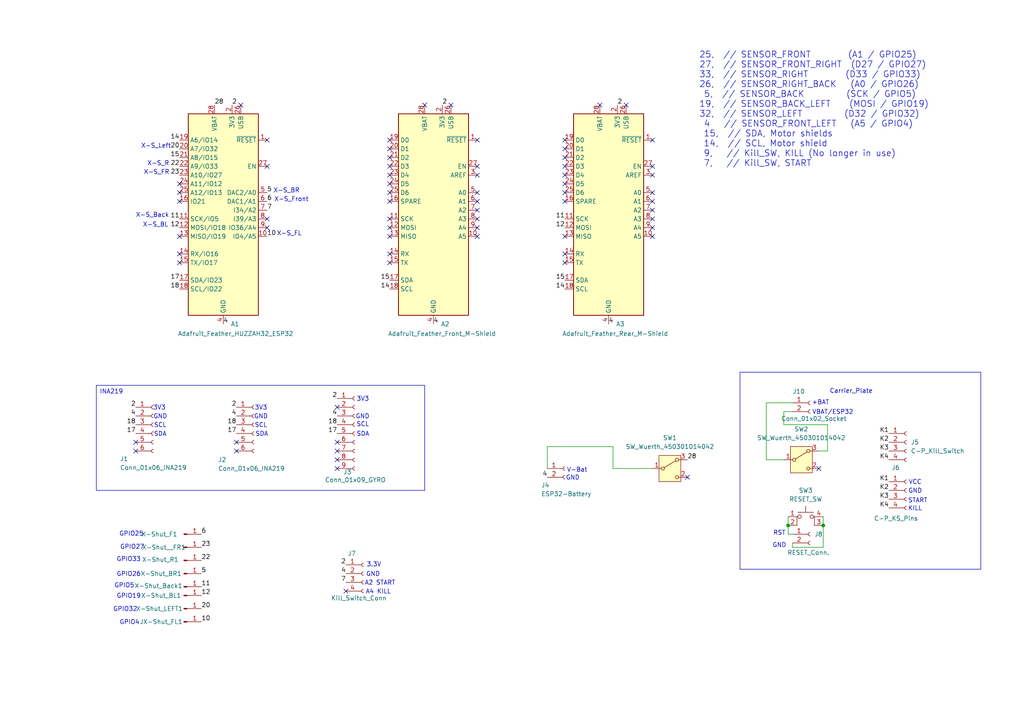
<source format=kicad_sch>
(kicad_sch (version 20250114) (generator "eeschema") (generator_version "9.0")
  (paper "A4")
  (title_block (title "OMNI-X_LOGIC-PCB") (date "2025-04-03") (rev "1") (company "GHOST DIVISION"))
  (lib_symbols
    (symbol "Connector:Conn_01x01_Pin" (pin_names (offset 1.016) (hide yes))
      (property "Reference" "J" (at 0 2.54 0))
      (property "Value" "Conn_01x01_Pin" (at 0 -2.54 0))
      (symbol "Conn_01x01_Pin_1_1"
        (rectangle (start 0.8636 0.127) (end 0 -0.127) (stroke (width 0.1524)) (fill (type outline)))
        (polyline (pts (xy 1.27 0) (xy 0.8636 0)) (stroke (width 0.1524)))
        (pin passive line (at 5.08 0 180) (length 3.81) (name "Pin_1") (number "1"))
      )
    )
    (symbol "Connector:Conn_01x02_Socket" (pin_names (offset 1.016) (hide yes))
      (property "Reference" "J" (at 0 2.54 0))
      (property "Value" "Conn_01x02_Socket" (at 0 -5.08 0))
      (symbol "Conn_01x02_Socket_1_1"
        (polyline (pts (xy -1.27 0) (xy -0.508 0)) (stroke (width 0.1524)))
        (polyline (pts (xy -1.27 -2.54) (xy -0.508 -2.54)) (stroke (width 0.1524)))
        (arc (start 0 -0.508) (mid -0.5058 0) (end 0 0.508) (stroke (width 0.1524)))
        (arc (start 0 -3.048) (mid -0.5058 -2.54) (end 0 -2.032) (stroke (width 0.1524)))
        (pin passive line (at -5.08 0 0) (length 3.81) (name "Pin_1") (number "1"))
        (pin passive line (at -5.08 -2.54 0) (length 3.81) (name "Pin_2") (number "2"))
      )
    )
    (symbol "Connector:Conn_01x04_Socket" (pin_names (offset 1.016) (hide yes))
      (property "Reference" "J" (at 0 5.08 0))
      (property "Value" "Conn_01x04_Socket" (at 0 -7.62 0))
      (symbol "Conn_01x04_Socket_1_1"
        (polyline (pts (xy -1.27 2.54) (xy -0.508 2.54)) (stroke (width 0.1524)))
        (polyline (pts (xy -1.27 0) (xy -0.508 0)) (stroke (width 0.1524)))
        (polyline (pts (xy -1.27 -2.54) (xy -0.508 -2.54)) (stroke (width 0.1524)))
        (polyline (pts (xy -1.27 -5.08) (xy -0.508 -5.08)) (stroke (width 0.1524)))
        (arc (start 0 2.032) (mid -0.5058 2.54) (end 0 3.048) (stroke (width 0.1524)))
        (arc (start 0 -0.508) (mid -0.5058 0) (end 0 0.508) (stroke (width 0.1524)))
        (arc (start 0 -3.048) (mid -0.5058 -2.54) (end 0 -2.032) (stroke (width 0.1524)))
        (arc (start 0 -5.588) (mid -0.5058 -5.08) (end 0 -4.572) (stroke (width 0.1524)))
        (pin passive line (at -5.08 2.54 0) (length 3.81) (name "Pin_1") (number "1"))
        (pin passive line (at -5.08 0 0) (length 3.81) (name "Pin_2") (number "2"))
        (pin passive line (at -5.08 -2.54 0) (length 3.81) (name "Pin_3") (number "3"))
        (pin passive line (at -5.08 -5.08 0) (length 3.81) (name "Pin_4") (number "4"))
      )
    )
    (symbol "Connector:Conn_01x06_Socket" (pin_names (offset 1.016) (hide yes))
      (property "Reference" "J" (at 0 7.62 0))
      (property "Value" "Conn_01x06_Socket" (at 0 -10.16 0))
      (symbol "Conn_01x06_Socket_1_1"
        (polyline (pts (xy -1.27 5.08) (xy -0.508 5.08)) (stroke (width 0.1524)))
        (polyline (pts (xy -1.27 2.54) (xy -0.508 2.54)) (stroke (width 0.1524)))
        (polyline (pts (xy -1.27 0) (xy -0.508 0)) (stroke (width 0.1524)))
        (polyline (pts (xy -1.27 -2.54) (xy -0.508 -2.54)) (stroke (width 0.1524)))
        (polyline (pts (xy -1.27 -5.08) (xy -0.508 -5.08)) (stroke (width 0.1524)))
        (polyline (pts (xy -1.27 -7.62) (xy -0.508 -7.62)) (stroke (width 0.1524)))
        (arc (start 0 4.572) (mid -0.5058 5.08) (end 0 5.588) (stroke (width 0.1524)))
        (arc (start 0 2.032) (mid -0.5058 2.54) (end 0 3.048) (stroke (width 0.1524)))
        (arc (start 0 -0.508) (mid -0.5058 0) (end 0 0.508) (stroke (width 0.1524)))
        (arc (start 0 -3.048) (mid -0.5058 -2.54) (end 0 -2.032) (stroke (width 0.1524)))
        (arc (start 0 -5.588) (mid -0.5058 -5.08) (end 0 -4.572) (stroke (width 0.1524)))
        (arc (start 0 -8.128) (mid -0.5058 -7.62) (end 0 -7.112) (stroke (width 0.1524)))
        (pin passive line (at -5.08 5.08 0) (length 3.81) (name "Pin_1") (number "1"))
        (pin passive line (at -5.08 2.54 0) (length 3.81) (name "Pin_2") (number "2"))
        (pin passive line (at -5.08 0 0) (length 3.81) (name "Pin_3") (number "3"))
        (pin passive line (at -5.08 -2.54 0) (length 3.81) (name "Pin_4") (number "4"))
        (pin passive line (at -5.08 -5.08 0) (length 3.81) (name "Pin_5") (number "5"))
        (pin passive line (at -5.08 -7.62 0) (length 3.81) (name "Pin_6") (number "6"))
      )
    )
    (symbol "Connector:Conn_01x09_Socket" (pin_names (offset 1.016) (hide yes))
      (property "Reference" "J" (at 0 12.7 0))
      (property "Value" "Conn_01x09_Socket" (at 0 -12.7 0))
      (symbol "Conn_01x09_Socket_1_1"
        (polyline (pts (xy -1.27 10.16) (xy -0.508 10.16)) (stroke (width 0.1524)))
        (polyline (pts (xy -1.27 7.62) (xy -0.508 7.62)) (stroke (width 0.1524)))
        (polyline (pts (xy -1.27 5.08) (xy -0.508 5.08)) (stroke (width 0.1524)))
        (polyline (pts (xy -1.27 2.54) (xy -0.508 2.54)) (stroke (width 0.1524)))
        (polyline (pts (xy -1.27 0) (xy -0.508 0)) (stroke (width 0.1524)))
        (polyline (pts (xy -1.27 -2.54) (xy -0.508 -2.54)) (stroke (width 0.1524)))
        (polyline (pts (xy -1.27 -5.08) (xy -0.508 -5.08)) (stroke (width 0.1524)))
        (polyline (pts (xy -1.27 -7.62) (xy -0.508 -7.62)) (stroke (width 0.1524)))
        (polyline (pts (xy -1.27 -10.16) (xy -0.508 -10.16)) (stroke (width 0.1524)))
        (arc (start 0 9.652) (mid -0.5058 10.16) (end 0 10.668) (stroke (width 0.1524)))
        (arc (start 0 7.112) (mid -0.5058 7.62) (end 0 8.128) (stroke (width 0.1524)))
        (arc (start 0 4.572) (mid -0.5058 5.08) (end 0 5.588) (stroke (width 0.1524)))
        (arc (start 0 2.032) (mid -0.5058 2.54) (end 0 3.048) (stroke (width 0.1524)))
        (arc (start 0 -0.508) (mid -0.5058 0) (end 0 0.508) (stroke (width 0.1524)))
        (arc (start 0 -3.048) (mid -0.5058 -2.54) (end 0 -2.032) (stroke (width 0.1524)))
        (arc (start 0 -5.588) (mid -0.5058 -5.08) (end 0 -4.572) (stroke (width 0.1524)))
        (arc (start 0 -8.128) (mid -0.5058 -7.62) (end 0 -7.112) (stroke (width 0.1524)))
        (arc (start 0 -10.668) (mid -0.5058 -10.16) (end 0 -9.652) (stroke (width 0.1524)))
        (pin passive line (at -5.08 10.16 0) (length 3.81) (name "Pin_1") (number "1"))
        (pin passive line (at -5.08 7.62 0) (length 3.81) (name "Pin_2") (number "2"))
        (pin passive line (at -5.08 5.08 0) (length 3.81) (name "Pin_3") (number "3"))
        (pin passive line (at -5.08 2.54 0) (length 3.81) (name "Pin_4") (number "4"))
        (pin passive line (at -5.08 0 0) (length 3.81) (name "Pin_5") (number "5"))
        (pin passive line (at -5.08 -2.54 0) (length 3.81) (name "Pin_6") (number "6"))
        (pin passive line (at -5.08 -5.08 0) (length 3.81) (name "Pin_7") (number "7"))
        (pin passive line (at -5.08 -7.62 0) (length 3.81) (name "Pin_8") (number "8"))
        (pin passive line (at -5.08 -10.16 0) (length 3.81) (name "Pin_9") (number "9"))
      )
    )
    (symbol "MCU_Module:Adafruit_Feather_Generic"
      (property "Reference" "A" (at -10.16 29.21 0))
      (property "Value" "Adafruit_Feather_Generic" (at 2.54 -31.75 0))
      (symbol "Adafruit_Feather_Generic_0_1"
        (rectangle (start -10.16 27.94) (end 10.16 -30.48) (stroke (width 0.254)) (fill (type background)))
      )
      (symbol "Adafruit_Feather_Generic_1_1"
        (pin bidirectional line (at -12.7 20.32 0) (length 2.54) (name "D0") (number "19"))
        (pin bidirectional line (at -12.7 17.78 0) (length 2.54) (name "D1") (number "20"))
        (pin bidirectional line (at -12.7 15.24 0) (length 2.54) (name "D2") (number "21"))
        (pin bidirectional line (at -12.7 12.7 0) (length 2.54) (name "D3") (number "22"))
        (pin bidirectional line (at -12.7 10.16 0) (length 2.54) (name "D4") (number "23"))
        (pin bidirectional line (at -12.7 7.62 0) (length 2.54) (name "D5") (number "24"))
        (pin bidirectional line (at -12.7 5.08 0) (length 2.54) (name "D6") (number "25"))
        (pin bidirectional line (at -12.7 2.54 0) (length 2.54) (name "SPARE") (number "16"))
        (pin bidirectional line (at -12.7 -2.54 0) (length 2.54) (name "SCK") (number "11"))
        (pin bidirectional line (at -12.7 -5.08 0) (length 2.54) (name "MOSI") (number "12"))
        (pin bidirectional line (at -12.7 -7.62 0) (length 2.54) (name "MISO") (number "13"))
        (pin bidirectional line (at -12.7 -12.7 0) (length 2.54) (name "RX") (number "14"))
        (pin bidirectional line (at -12.7 -15.24 0) (length 2.54) (name "TX") (number "15"))
        (pin bidirectional line (at -12.7 -20.32 0) (length 2.54) (name "SDA") (number "17"))
        (pin bidirectional line (at -12.7 -22.86 0) (length 2.54) (name "SCL") (number "18"))
        (pin power_in line (at -2.54 30.48 270) (length 2.54) (name "VBAT") (number "28"))
        (pin power_in line (at 0 -33.02 90) (length 2.54) (name "GND") (number "4"))
        (pin power_in line (at 2.54 30.48 270) (length 2.54) (name "3V3") (number "2"))
        (pin power_in line (at 5.08 30.48 270) (length 2.54) (name "USB") (number "26"))
        (pin input line (at 12.7 20.32 180) (length 2.54) (name "~{RESET}") (number "1"))
        (pin input line (at 12.7 12.7 180) (length 2.54) (name "EN") (number "27"))
        (pin input line (at 12.7 10.16 180) (length 2.54) (name "AREF") (number "3"))
        (pin bidirectional line (at 12.7 5.08 180) (length 2.54) (name "A0") (number "5"))
        (pin bidirectional line (at 12.7 2.54 180) (length 2.54) (name "A1") (number "6"))
        (pin bidirectional line (at 12.7 0 180) (length 2.54) (name "A2") (number "7"))
        (pin bidirectional line (at 12.7 -2.54 180) (length 2.54) (name "A3") (number "8"))
        (pin bidirectional line (at 12.7 -5.08 180) (length 2.54) (name "A4") (number "9"))
        (pin bidirectional line (at 12.7 -7.62 180) (length 2.54) (name "A5") (number "10"))
      )
    )
    (symbol "MCU_Module:Adafruit_Feather_HUZZAH32_ESP32"
      (property "Reference" "A" (at -10.16 29.21 0))
      (property "Value" "Adafruit_Feather_HUZZAH32_ESP32" (at 2.54 -31.75 0))
      (symbol "Adafruit_Feather_HUZZAH32_ESP32_0_1"
        (rectangle (start -10.16 27.94) (end 10.16 -30.48) (stroke (width 0.254)) (fill (type background)))
      )
      (symbol "Adafruit_Feather_HUZZAH32_ESP32_1_1"
        (pin bidirectional line (at -12.7 20.32 0) (length 2.54) (name "A6/IO14") (number "19"))
        (pin bidirectional line (at -12.7 17.78 0) (length 2.54) (name "A7/IO32") (number "20"))
        (pin bidirectional line (at -12.7 15.24 0) (length 2.54) (name "A8/IO15") (number "21"))
        (pin bidirectional line (at -12.7 12.7 0) (length 2.54) (name "A9/IO33") (number "22"))
        (pin bidirectional line (at -12.7 10.16 0) (length 2.54) (name "A10/IO27") (number "23"))
        (pin bidirectional line (at -12.7 7.62 0) (length 2.54) (name "A11/IO12") (number "24"))
        (pin bidirectional line (at -12.7 5.08 0) (length 2.54) (name "A12/IO13") (number "25"))
        (pin bidirectional line (at -12.7 2.54 0) (length 2.54) (name "IO21") (number "16"))
        (pin bidirectional line (at -12.7 -2.54 0) (length 2.54) (name "SCK/IO5") (number "11"))
        (pin bidirectional line (at -12.7 -5.08 0) (length 2.54) (name "MOSI/IO18") (number "12"))
        (pin bidirectional line (at -12.7 -7.62 0) (length 2.54) (name "MISO/IO19") (number "13"))
        (pin bidirectional line (at -12.7 -12.7 0) (length 2.54) (name "RX/IO16") (number "14"))
        (pin bidirectional line (at -12.7 -15.24 0) (length 2.54) (name "TX/IO17") (number "15"))
        (pin bidirectional line (at -12.7 -20.32 0) (length 2.54) (name "SDA/IO23") (number "17"))
        (pin bidirectional line (at -12.7 -22.86 0) (length 2.54) (name "SCL/IO22") (number "18"))
        (pin power_in line (at -2.54 30.48 270) (length 2.54) (name "VBAT") (number "28"))
        (pin power_in line (at 0 -33.02 90) (length 2.54) (name "GND") (number "4"))
        (pin power_in line (at 2.54 30.48 270) (length 2.54) (name "3V3") (number "2"))
        (pin power_in line (at 5.08 30.48 270) (length 2.54) (name "USB") (number "26"))
        (pin no_connect line (at 10.16 10.16 180) (length 2.54) (hide yes) (name "NC") (number "3"))
        (pin input line (at 12.7 20.32 180) (length 2.54) (name "~{RESET}") (number "1"))
        (pin input line (at 12.7 12.7 180) (length 2.54) (name "EN") (number "27"))
        (pin bidirectional line (at 12.7 5.08 180) (length 2.54) (name "DAC2/A0") (number "5"))
        (pin bidirectional line (at 12.7 2.54 180) (length 2.54) (name "DAC1/A1") (number "6"))
        (pin bidirectional line (at 12.7 0 180) (length 2.54) (name "I34/A2") (number "7"))
        (pin bidirectional line (at 12.7 -2.54 180) (length 2.54) (name "I39/A3") (number "8"))
        (pin bidirectional line (at 12.7 -5.08 180) (length 2.54) (name "IO36/A4") (number "9"))
        (pin bidirectional line (at 12.7 -7.62 180) (length 2.54) (name "IO4/A5") (number "10"))
      )
    )
    (symbol "Switch:SW_MEC_5E" (pin_names (offset 1.016) (hide yes))
      (property "Reference" "SW" (at 0.635 5.715 0))
      (property "Value" "SW_MEC_5E" (at 0 -3.175 0))
      (symbol "SW_MEC_5E_0_1"
        (polyline (pts (xy -2.54 0) (xy -2.54 2.54) (xy -2.286 2.54)))
        (polyline (pts (xy -2.286 3.81) (xy 2.286 3.81)))
        (circle (center -1.778 2.54) (radius 0.508))
        (polyline (pts (xy 0 3.81) (xy 0 5.588)))
        (circle (center 1.778 2.54) (radius 0.508))
        (polyline (pts (xy 2.54 0) (xy 2.54 2.54) (xy 2.286 2.54)))
        (pin passive line (at -5.08 2.54 0) (length 2.54) (name "1") (number "1"))
        (pin passive line (at -5.08 0 0) (length 2.54) (name "2") (number "2"))
        (pin passive line (at 5.08 2.54 180) (length 2.54) (name "A") (number "4"))
        (pin passive line (at 5.08 0 180) (length 2.54) (name "K") (number "3"))
      )
    )
    (symbol "Switch:SW_Wuerth_450301014042" (pin_names (offset 1) (hide yes))
      (property "Reference" "SW" (at 0 5.08 0))
      (property "Value" "SW_Wuerth_450301014042" (at 0 -5.08 0))
      (symbol "SW_Wuerth_450301014042_0_1"
        (circle (center -2.032 0) (radius 0.4572))
        (polyline (pts (xy -1.651 0.254) (xy 1.651 2.286)))
        (circle (center 2.032 2.54) (radius 0.4572))
        (circle (center 2.032 -2.54) (radius 0.4572))
      )
      (symbol "SW_Wuerth_450301014042_1_1"
        (rectangle (start -3.175 3.81) (end 3.175 -3.81) (fill (type background)))
        (pin passive line (at -5.08 0 0) (length 2.54) (name "B") (number "1"))
        (pin passive line (at 5.08 2.54 180) (length 2.54) (name "A") (number "3"))
        (pin passive line (at 5.08 -2.54 180) (length 2.54) (name "C") (number "2"))
      )
    )
  )
  (rectangle (start 214.63 107.95) (end 284.48 165.1))
  (text "GPIO33" (at 37.338 162.306 0) (effects (font (size 1.27 1.27))))
  (text "KILL" (at 265.43 147.574 0) (effects (font (size 1.27 1.27))))
  (text "X-S_Front" (at 79.502 57.912 0) (effects (font (size 1.27 1.27)) (justify left)))
  (text "X-S_R" (at 42.672 47.498 0) (effects (font (size 1.27 1.27)) (justify left)))
  (text "X-S_BL" (at 41.402 65.278 0) (effects (font (size 1.27 1.27)) (justify left)))
  (text "X-S_BR" (at 79.248 55.372 0) (effects (font (size 1.27 1.27)) (justify left)))
  (text "RST" (at 226.06 154.686 0) (effects (font (size 1.27 1.27))))
  (text "START" (at 266.192 145.288 0) (effects (font (size 1.27 1.27))))
  (text "A2 START" (at 110.236 169.164 0) (effects (font (size 1.27 1.27))))
  (text "X-S_FL" (at 80.264 67.818 0) (effects (font (size 1.27 1.27)) (justify left)))
  (text "GPIO19" (at 37.338 172.974 0) (effects (font (size 1.27 1.27))))
  (text "GND" (at 75.692 120.904 0) (effects (font (size 1.27 1.27))))
  (text "SCL" (at 75.692 123.444 0) (effects (font (size 1.27 1.27))))
  (text "GND" (at 103.124 120.904 0) (effects (font (size 1.27 1.27)) (justify left)))
  (text "GPIO4" (at 37.592 180.594 0) (effects (font (size 1.27 1.27))))
  (text "A4 KILL" (at 109.728 171.704 0) (effects (font (size 1.27 1.27))))
  (text "    25,  // SENSOR_FRONT        (A1 / GPIO25)\n    27,  // SENSOR_FRONT_RIGHT  (D27 / GPIO27)\n    33,  // SENSOR_RIGHT        (D33 / GPIO33)\n    26,  // SENSOR_RIGHT_BACK   (A0 / GPIO26)\n     5,  // SENSOR_BACK         (SCK / GPIO5)\n    19,  // SENSOR_BACK_LEFT    (MOSI / GPIO19)\n    32,  // SENSOR_LEFT         (D32 / GPIO32)\n     4   // SENSOR_FRONT_LEFT   (A5 / GPIO4)\n	15,  // SDA, Motor shields\n	14,  // SCL, Motor shield\n	9,   // Kill_SW, KILL (No longer in use)\n	7,   // Kill_SW, START" (at 197.358 31.75 0) (effects (font (size 1.778 1.778)) (justify left)))
  (text "SCL" (at 46.482 123.444 0) (effects (font (size 1.27 1.27))))
  (text "VCC" (at 265.43 139.954 0) (effects (font (size 1.27 1.27))))
  (text "GPIO26" (at 37.338 166.624 0) (effects (font (size 1.27 1.27))))
  (text "SDA" (at 75.946 125.984 0) (effects (font (size 1.27 1.27))))
  (text "GND" (at 265.43 142.494 0) (effects (font (size 1.27 1.27))))
  (text "VBAT/ESP32" (at 241.554 119.634 0) (effects (font (size 1.27 1.27))))
  (text "3V3" (at 75.692 118.364 0) (effects (font (size 1.27 1.27))))
  (text "SCL" (at 103.378 123.19 0) (effects (font (size 1.27 1.27)) (justify left)))
  (text "GPIO32" (at 36.322 176.784 0) (effects (font (size 1.27 1.27))))
  (text "3V3" (at 103.378 115.824 0) (effects (font (size 1.27 1.27)) (justify left)))
  (text "SDA" (at 46.482 125.984 0) (effects (font (size 1.27 1.27))))
  (text "V-Bat" (at 167.386 136.398 0) (effects (font (size 1.27 1.27))))
  (text "SDA" (at 103.378 125.984 0) (effects (font (size 1.27 1.27)) (justify left)))
  (text "X-S_FR" (at 41.656 50.038 0) (effects (font (size 1.27 1.27)) (justify left)))
  (text "GND" (at 46.482 120.904 0) (effects (font (size 1.27 1.27))))
  (text "X-S_Left" (at 40.894 42.418 0) (effects (font (size 1.27 1.27)) (justify left)))
  (text "X-S_Back" (at 39.37 62.484 0) (effects (font (size 1.27 1.27)) (justify left)))
  (text "GPIO27" (at 38.354 158.75 0) (effects (font (size 1.27 1.27))))
  (text "GND" (at 226.06 158.242 0) (effects (font (size 1.27 1.27))))
  (text "Carrier_Plate" (at 246.888 113.538 0) (effects (font (size 1.27 1.27))))
  (text "+BAT" (at 237.998 116.84 0) (effects (font (size 1.27 1.27))))
  (text "GPIO25" (at 38.1 154.94 0) (effects (font (size 1.27 1.27))))
  (text "3V3" (at 46.228 118.364 0) (effects (font (size 1.27 1.27))))
  (text "3.3V" (at 108.458 163.83 0) (effects (font (size 1.27 1.27))))
  (text "GND" (at 108.204 166.624 0) (effects (font (size 1.27 1.27))))
  (text "GPIO5" (at 36.068 169.926 0) (effects (font (size 1.27 1.27))))
  (text "GND" (at 166.116 138.684 0) (effects (font (size 1.27 1.27))))
  (text_box "INA219" (at 27.94 111.76 0) (size 95.25 30.48) (margins 0.9525 0.9525 0.9525 0.9525) (effects (font (size 1.27 1.27)) (justify left top)))
  (junction (at 238.76 152.4))
  (junction (at 228.6 152.4))
  (no_connect (at 163.83 43.18))
  (no_connect (at 163.83 50.8))
  (no_connect (at 113.03 48.26))
  (no_connect (at 138.43 66.04))
  (no_connect (at 68.58 130.81))
  (no_connect (at 138.43 55.88))
  (no_connect (at 113.03 43.18))
  (no_connect (at 52.07 55.88))
  (no_connect (at 97.79 133.35))
  (no_connect (at 130.81 30.48))
  (no_connect (at 189.23 68.58))
  (no_connect (at 113.03 53.34))
  (no_connect (at 113.03 50.8))
  (no_connect (at 52.07 68.58))
  (no_connect (at 189.23 40.64))
  (no_connect (at 138.43 58.42))
  (no_connect (at 138.43 60.96))
  (no_connect (at 113.03 68.58))
  (no_connect (at 163.83 40.64))
  (no_connect (at 237.49 135.89))
  (no_connect (at 138.43 50.8))
  (no_connect (at 163.83 45.72))
  (no_connect (at 77.47 48.26))
  (no_connect (at 138.43 48.26))
  (no_connect (at 163.83 68.58))
  (no_connect (at 163.83 58.42))
  (no_connect (at 138.43 68.58))
  (no_connect (at 97.79 118.11))
  (no_connect (at 69.85 30.48))
  (no_connect (at 189.23 58.42))
  (no_connect (at 163.83 48.26))
  (no_connect (at 100.33 171.45))
  (no_connect (at 123.19 30.48))
  (no_connect (at 52.07 53.34))
  (no_connect (at 189.23 48.26))
  (no_connect (at 52.07 76.2))
  (no_connect (at 189.23 63.5))
  (no_connect (at 52.07 73.66))
  (no_connect (at 138.43 63.5))
  (no_connect (at 181.61 30.48))
  (no_connect (at 199.39 138.43))
  (no_connect (at 163.83 53.34))
  (no_connect (at 189.23 66.04))
  (no_connect (at 189.23 50.8))
  (no_connect (at 113.03 66.04))
  (no_connect (at 39.37 130.81))
  (no_connect (at 68.58 128.27))
  (no_connect (at 189.23 60.96))
  (no_connect (at 113.03 40.64))
  (no_connect (at 77.47 40.64))
  (no_connect (at 113.03 55.88))
  (no_connect (at 97.79 128.27))
  (no_connect (at 97.79 130.81))
  (no_connect (at 113.03 63.5))
  (no_connect (at 163.83 73.66))
  (no_connect (at 173.99 30.48))
  (no_connect (at 163.83 55.88))
  (no_connect (at 77.47 66.04))
  (no_connect (at 52.07 58.42))
  (no_connect (at 39.37 128.27))
  (no_connect (at 113.03 73.66))
  (no_connect (at 77.47 63.5))
  (no_connect (at 113.03 58.42))
  (no_connect (at 97.79 135.89))
  (no_connect (at 163.83 76.2))
  (no_connect (at 138.43 40.64))
  (no_connect (at 113.03 76.2))
  (no_connect (at 189.23 55.88))
  (no_connect (at 113.03 45.72))
  (wire (pts (xy 227.33 119.38) (xy 229.87 119.38)))
  (wire (pts (xy 237.49 130.81) (xy 240.03 130.81)))
  (wire (pts (xy 229.87 154.94) (xy 228.6 154.94)))
  (wire (pts (xy 158.75 135.89) (xy 158.75 129.54)))
  (wire (pts (xy 238.76 149.86) (xy 238.76 152.4)))
  (wire (pts (xy 222.25 116.84) (xy 222.25 133.35)))
  (wire (pts (xy 229.87 116.84) (xy 222.25 116.84)))
  (wire (pts (xy 177.8 129.54) (xy 177.8 135.89)))
  (wire (pts (xy 158.75 129.54) (xy 177.8 129.54)))
  (wire (pts (xy 229.87 157.48) (xy 229.87 158.75)))
  (wire (pts (xy 222.25 133.35) (xy 227.33 133.35)))
  (wire (pts (xy 229.87 158.75) (xy 238.76 158.75)))
  (wire (pts (xy 240.03 123.19) (xy 227.33 123.19)))
  (wire (pts (xy 227.33 123.19) (xy 227.33 119.38)))
  (wire (pts (xy 228.6 149.86) (xy 228.6 152.4)))
  (wire (pts (xy 240.03 130.81) (xy 240.03 123.19)))
  (wire (pts (xy 228.6 154.94) (xy 228.6 152.4)))
  (wire (pts (xy 238.76 158.75) (xy 238.76 152.4)))
  (wire (pts (xy 177.8 135.89) (xy 189.23 135.89)))
  (label "28" (at 199.39 133.35 0))
  (label "15" (at 52.07 45.72 180))
  (label "6" (at 77.47 58.42 0))
  (label "4" (at 125.73 93.98 0))
  (label "K4" (at 257.81 147.32 180))
  (label "7" (at 77.47 60.96 0))
  (label "4" (at 97.79 120.65 180))
  (label "2" (at 97.79 115.57 180))
  (label "5" (at 58.42 166.37 0))
  (label "4" (at 176.53 93.98 0))
  (label "14" (at 52.07 40.64 180))
  (label "20" (at 52.07 43.18 180))
  (label "11" (at 163.83 63.5 180))
  (label "6" (at 58.42 154.94 0))
  (label "7" (at 100.33 168.91 180))
  (label "2" (at 128.27 30.48 0))
  (label "12" (at 58.42 172.72 0))
  (label "4" (at 68.58 120.65 180))
  (label "18" (at 97.79 123.19 180))
  (label "17" (at 39.37 125.73 180))
  (label "22" (at 52.07 48.26 180))
  (label "2" (at 179.07 30.48 0))
  (label "K4" (at 257.81 133.35 180))
  (label "28" (at 62.23 30.48 0))
  (label "11" (at 52.07 63.5 180))
  (label "K2" (at 257.81 142.24 180))
  (label "4" (at 158.75 138.43 180))
  (label "12" (at 52.07 66.04 180))
  (label "18" (at 52.07 83.82 180))
  (label "12" (at 163.83 66.04 180))
  (label "11" (at 58.42 170.18 0))
  (label "22" (at 58.42 162.56 0))
  (label "10" (at 58.42 180.34 0))
  (label "10" (at 77.47 68.58 0))
  (label "17" (at 52.07 81.28 180))
  (label "14" (at 163.83 83.82 180))
  (label "23" (at 52.07 50.8 180))
  (label "18" (at 39.37 123.19 180))
  (label "K1" (at 257.81 125.73 180))
  (label "K1" (at 257.81 139.7 180))
  (label "K3" (at 257.81 130.81 180))
  (label "15" (at 163.83 81.28 180))
  (label "4" (at 64.77 93.98 0))
  (label "17" (at 68.58 125.73 180))
  (label "K2" (at 257.81 128.27 180))
  (label "2" (at 68.58 118.11 180))
  (label "5" (at 77.47 55.88 0))
  (label "2" (at 67.31 30.48 0))
  (label "K3" (at 257.81 144.78 180))
  (label "14" (at 113.03 83.82 180))
  (label "18" (at 68.58 123.19 180))
  (label "23" (at 58.42 158.75 0))
  (label "17" (at 97.79 125.73 180))
  (label "20" (at 58.42 176.53 0))
  (label "4" (at 39.37 120.65 180))
  (label "2" (at 39.37 118.11 180))
  (label "4" (at 100.33 166.37 180))
  (label "15" (at 113.03 81.28 180))
  (label "2" (at 100.33 163.83 180))
  (symbol (lib_id "Connector:Conn_01x01_Pin") (at 53.34 158.75 0) (unit 1)
    (property "Reference" "X-Shut__FR1" (at 47.498 158.75 0))
    (property "Value" "Conn_01x01_Pin" (effects (hide yes)))
    (property "Footprint" "Connector_PinHeader_2.54mm:PinHeader_1x01_P2.54mm_Vertical" (effects (hide yes)))
    (property "Description" "Generic connector, single row, 01x01, script generated" (effects (hide yes)))
  )
  (symbol (lib_id "MCU_Module:Adafruit_Feather_HUZZAH32_ESP32") (at 64.77 60.96 0) (unit 1)
    (property "Reference" "A1" (at 66.9133 93.98 0) (effects (justify left)))
    (property "Value" "Adafruit_Feather_HUZZAH32_ESP32" (at 51.562 96.774 0) (effects (justify left)))
    (property "Footprint" "Module:Adafruit_Feather" (effects (hide yes)))
    (property "Datasheet" "https://cdn-learn.adafruit.com/downloads/pdf/adafruit-huzzah32-esp32-feather.pdf" (effects (hide yes)))
    (property "Description" "Microcontroller module with ESP32 MCU" (effects (hide yes)))
  )
  (symbol (lib_id "Connector:Conn_01x06_Socket") (at 73.66 123.19 0) (unit 1)
    (property "Reference" "J2" (at 63.246 133.35 0) (effects (justify left)))
    (property "Value" "Conn_01x06_INA219" (at 63.246 135.89 0) (effects (justify left)))
    (property "Footprint" "Connector_PinSocket_2.54mm:PinSocket_1x06_P2.54mm_Vertical" (effects (hide yes)))
    (property "Description" "Generic connector, single row, 01x06, script generated" (effects (hide yes)))
  )
  (symbol (lib_id "Connector:Conn_01x02_Socket") (at 234.95 154.94 0) (unit 1)
    (property "Reference" "J8" (at 236.22 154.9399 0) (effects (justify left)))
    (property "Value" "RESET_Conn." (at 228.346 160.274 0) (effects (justify left)))
    (property "Footprint" "Connector_PinHeader_2.54mm:PinHeader_1x02_P2.54mm_Vertical" (effects (hide yes)))
    (property "Description" "Generic connector, single row, 01x02, script generated" (effects (hide yes)))
  )
  (symbol (lib_id "Connector:Conn_01x01_Pin") (at 53.34 180.34 0) (unit 1)
    (property "Reference" "JX-Shut_FL1" (at 46.736 180.34 0))
    (property "Value" "Conn_01x01_Pin" (effects (hide yes)))
    (property "Footprint" "Connector_PinHeader_2.54mm:PinHeader_1x01_P2.54mm_Vertical" (effects (hide yes)))
    (property "Description" "Generic connector, single row, 01x01, script generated" (effects (hide yes)))
  )
  (symbol (lib_id "Connector:Conn_01x02_Socket") (at 163.83 135.89 0) (unit 1)
    (property "Reference" "J4" (at 156.972 140.716 0) (effects (justify left)))
    (property "Value" "ESP32-Battery" (at 156.972 143.256 0) (effects (justify left)))
    (property "Footprint" "Connector_JST:JST_EH_B2B-EH-A_1x02_P2.50mm_Vertical" (effects (hide yes)))
    (property "Description" "Generic connector, single row, 01x02, script generated" (effects (hide yes)))
  )
  (symbol (lib_id "Connector:Conn_01x04_Socket") (at 105.41 166.37 0) (unit 1)
    (property "Reference" "J7" (at 100.838 160.528 0) (effects (justify left)))
    (property "Value" "Kill_Switch_Conn" (at 96.012 173.482 0) (effects (justify left)))
    (property "Footprint" "Connector_PinHeader_2.54mm:PinHeader_1x04_P2.54mm_Vertical" (effects (hide yes)))
    (property "Description" "Generic connector, single row, 01x04, script generated" (effects (hide yes)))
  )
  (symbol (lib_id "Switch:SW_Wuerth_450301014042") (at 232.41 133.35 0) (unit 1)
    (property "Reference" "SW2" (at 232.41 124.46 0))
    (property "Value" "SW_Wuerth_450301014042" (at 232.41 127 0))
    (property "Footprint" "Button_Switch_THT:SW_Slide-03_Wuerth-WS-SLTV_10x2.5x6.4_P2.54mm" (effects (hide yes)))
    (property "Datasheet" "https://www.we-online.com/components/products/datasheet/450301014042.pdf" (effects (hide yes)))
    (property "Description" "Switch slide, single pole double throw" (effects (hide yes)))
  )
  (symbol (lib_id "Connector:Conn_01x01_Pin") (at 53.34 176.53 0) (unit 1)
    (property "Reference" "X-Shut_LEFT1" (at 46.228 176.53 0))
    (property "Value" "Conn_01x01_Pin" (effects (hide yes)))
    (property "Footprint" "Connector_PinHeader_2.54mm:PinHeader_1x01_P2.54mm_Vertical" (effects (hide yes)))
    (property "Description" "Generic connector, single row, 01x01, script generated" (effects (hide yes)))
  )
  (symbol (lib_id "Connector:Conn_01x01_Pin") (at 53.34 172.72 0) (unit 1)
    (property "Reference" "X-Shut_BL1" (at 46.736 172.72 0))
    (property "Value" "Conn_01x01_Pin" (effects (hide yes)))
    (property "Footprint" "Connector_PinHeader_2.54mm:PinHeader_1x01_P2.54mm_Vertical" (effects (hide yes)))
    (property "Description" "Generic connector, single row, 01x01, script generated" (effects (hide yes)))
  )
  (symbol (lib_id "MCU_Module:Adafruit_Feather_Generic") (at 125.73 60.96 0) (unit 1)
    (property "Reference" "A2" (at 127.8733 93.98 0) (effects (justify left)))
    (property "Value" "Adafruit_Feather_Front_M-Shield" (at 112.522 96.774 0) (effects (justify left)))
    (property "Footprint" "Module:Adafruit_Feather" (effects (hide yes)))
    (property "Datasheet" "https://cdn-learn.adafruit.com/downloads/pdf/adafruit-feather.pdf" (effects (hide yes)))
    (property "Description" "Microcontroller module in various flavor, generic symbol" (effects (hide yes)))
  )
  (symbol (lib_id "Connector:Conn_01x06_Socket") (at 44.45 123.19 0) (unit 1)
    (property "Reference" "J1" (at 34.798 133.096 0) (effects (justify left)))
    (property "Value" "Conn_01x06_INA219" (at 34.798 135.636 0) (effects (justify left)))
    (property "Footprint" "Connector_PinSocket_2.54mm:PinSocket_1x06_P2.54mm_Vertical" (effects (hide yes)))
    (property "Description" "Generic connector, single row, 01x06, script generated" (effects (hide yes)))
  )
  (symbol (lib_id "Connector:Conn_01x09_Socket") (at 102.87 125.73 0) (unit 1)
    (property "Reference" "J3" (at 99.568 136.906 0) (effects (justify left)))
    (property "Value" "Conn_01x09_GYRO" (at 94.234 139.192 0) (effects (justify left)))
    (property "Footprint" "Connector_PinSocket_2.54mm:PinSocket_1x09_P2.54mm_Vertical" (effects (hide yes)))
    (property "Description" "Generic connector, single row, 01x09, script generated" (effects (hide yes)))
  )
  (symbol (lib_id "Connector:Conn_01x01_Pin") (at 53.34 170.18 0) (unit 1)
    (property "Reference" "X-Shut_Back1" (at 45.974 169.926 0))
    (property "Value" "Conn_01x01_Pin" (effects (hide yes)))
    (property "Footprint" "Connector_PinHeader_2.54mm:PinHeader_1x01_P2.54mm_Vertical" (effects (hide yes)))
    (property "Description" "Generic connector, single row, 01x01, script generated" (effects (hide yes)))
  )
  (symbol (lib_id "Connector:Conn_01x04_Socket") (at 262.89 128.27 0) (unit 1)
    (property "Reference" "J5" (at 264.16 128.2699 0) (effects (justify left)))
    (property "Value" "C-P_Kill_Switch" (at 264.16 130.8099 0) (effects (justify left)))
    (property "Footprint" "Connector_PinHeader_2.54mm:PinHeader_1x04_P2.54mm_Vertical" (effects (hide yes)))
    (property "Description" "Generic connector, single row, 01x04, script generated" (effects (hide yes)))
  )
  (symbol (lib_id "Connector:Conn_01x02_Socket") (at 234.95 116.84 0) (unit 1)
    (property "Reference" "J10" (at 229.87 113.538 0) (effects (justify left)))
    (property "Value" "Conn_01x02_Socket" (at 226.568 121.412 0) (effects (justify left)))
    (property "Footprint" "Connector_PinHeader_2.54mm:PinHeader_1x02_P2.54mm_Vertical" (effects (hide yes)))
    (property "Description" "Generic connector, single row, 01x02, script generated" (effects (hide yes)))
  )
  (symbol (lib_id "Switch:SW_Wuerth_450301014042") (at 194.31 135.89 0) (unit 1)
    (property "Reference" "SW1" (at 194.31 127 0))
    (property "Value" "SW_Wuerth_450301014042" (at 194.31 129.54 0))
    (property "Footprint" "Button_Switch_THT:SW_Slide-03_Wuerth-WS-SLTV_10x2.5x6.4_P2.54mm" (effects (hide yes)))
    (property "Datasheet" "https://www.we-online.com/components/products/datasheet/450301014042.pdf" (effects (hide yes)))
    (property "Description" "Switch slide, single pole double throw" (effects (hide yes)))
  )
  (symbol (lib_id "MCU_Module:Adafruit_Feather_Generic") (at 176.53 60.96 0) (unit 1)
    (property "Reference" "A3" (at 178.6733 93.98 0) (effects (justify left)))
    (property "Value" "Adafruit_Feather_Rear_M-Shield" (at 163.068 96.774 0) (effects (justify left)))
    (property "Footprint" "Module:Adafruit_Feather" (effects (hide yes)))
    (property "Datasheet" "https://cdn-learn.adafruit.com/downloads/pdf/adafruit-feather.pdf" (effects (hide yes)))
    (property "Description" "Microcontroller module in various flavor, generic symbol" (effects (hide yes)))
  )
  (symbol (lib_id "Connector:Conn_01x04_Socket") (at 262.89 142.24 0) (unit 1)
    (property "Reference" "J6" (at 258.572 135.636 0) (effects (justify left)))
    (property "Value" "C-P_KS_Pins" (at 253.492 150.368 0) (effects (justify left)))
    (property "Footprint" "Connector_PinHeader_2.54mm:PinHeader_1x04_P2.54mm_Vertical" (effects (hide yes)))
    (property "Description" "Generic connector, single row, 01x04, script generated" (effects (hide yes)))
  )
  (symbol (lib_id "Connector:Conn_01x01_Pin") (at 53.34 162.56 0) (unit 1)
    (property "Reference" "X-Shut_R1" (at 46.482 162.306 0))
    (property "Value" "Conn_01x01_Pin" (effects (hide yes)))
    (property "Footprint" "Connector_PinHeader_2.54mm:PinHeader_1x01_P2.54mm_Vertical" (effects (hide yes)))
    (property "Description" "Generic connector, single row, 01x01, script generated" (effects (hide yes)))
  )
  (symbol (lib_id "Connector:Conn_01x01_Pin") (at 53.34 154.94 0) (unit 1)
    (property "Reference" "X-Shut_F1" (at 46.228 154.94 0))
    (property "Value" "Conn_01x01_Pin" (effects (hide yes)))
    (property "Footprint" "Connector_PinHeader_2.54mm:PinHeader_1x01_P2.54mm_Vertical" (effects (hide yes)))
    (property "Description" "Generic connector, single row, 01x01, script generated" (effects (hide yes)))
  )
  (symbol (lib_id "Connector:Conn_01x01_Pin") (at 53.34 166.37 0) (unit 1)
    (property "Reference" "X-Shut_BR1" (at 46.736 166.37 0))
    (property "Value" "Conn_01x01_Pin" (effects (hide yes)))
    (property "Footprint" "Connector_PinHeader_2.54mm:PinHeader_1x01_P2.54mm_Vertical" (effects (hide yes)))
    (property "Description" "Generic connector, single row, 01x01, script generated" (effects (hide yes)))
  )
  (symbol (lib_id "Switch:SW_MEC_5E") (at 233.68 152.4 0) (unit 1)
    (property "Reference" "SW3" (at 233.68 142.24 0))
    (property "Value" "RESET_SW" (at 233.68 144.78 0))
    (property "Footprint" "Milads_Library:Tac_Switch_THT" (effects (hide yes)))
    (property "Datasheet" "http://www.apem.com/int/index.php?controller=attachment&id_attachment=1371" (effects (hide yes)))
    (property "Description" "MEC 5E single pole normally-open tactile switch" (effects (hide yes)))
  )
)
</source>
